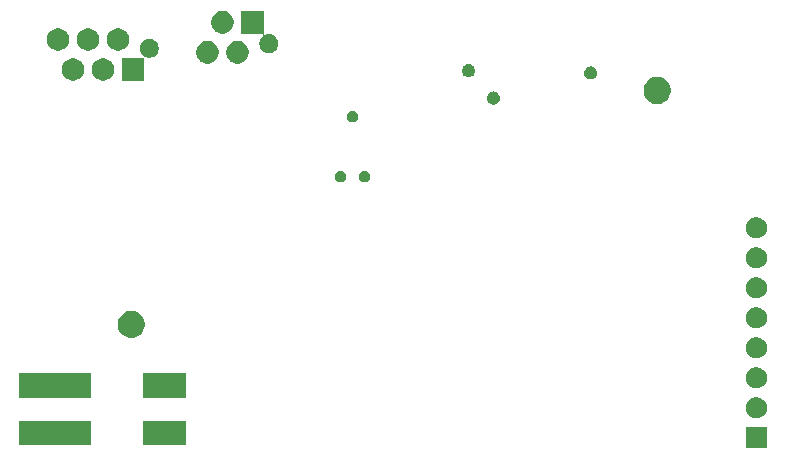
<source format=gbr>
G04 #@! TF.GenerationSoftware,KiCad,Pcbnew,5.1.5-52549c5~84~ubuntu18.04.1*
G04 #@! TF.CreationDate,2020-04-16T13:53:27+02:00*
G04 #@! TF.ProjectId,board,626f6172-642e-46b6-9963-61645f706362,rev?*
G04 #@! TF.SameCoordinates,Original*
G04 #@! TF.FileFunction,Soldermask,Bot*
G04 #@! TF.FilePolarity,Negative*
%FSLAX46Y46*%
G04 Gerber Fmt 4.6, Leading zero omitted, Abs format (unit mm)*
G04 Created by KiCad (PCBNEW 5.1.5-52549c5~84~ubuntu18.04.1) date 2020-04-16 13:53:27*
%MOMM*%
%LPD*%
G04 APERTURE LIST*
%ADD10C,0.100000*%
G04 APERTURE END LIST*
D10*
G36*
X156901000Y-138010200D02*
G01*
X155099000Y-138010200D01*
X155099000Y-136208200D01*
X156901000Y-136208200D01*
X156901000Y-138010200D01*
G37*
G36*
X107701000Y-137751000D02*
G01*
X104099000Y-137751000D01*
X104099000Y-135649000D01*
X107701000Y-135649000D01*
X107701000Y-137751000D01*
G37*
G36*
X99701000Y-137751000D02*
G01*
X93599000Y-137751000D01*
X93599000Y-135649000D01*
X99701000Y-135649000D01*
X99701000Y-137751000D01*
G37*
G36*
X156113512Y-133673127D02*
G01*
X156262812Y-133702824D01*
X156426784Y-133770744D01*
X156574354Y-133869347D01*
X156699853Y-133994846D01*
X156798456Y-134142416D01*
X156866376Y-134306388D01*
X156901000Y-134480459D01*
X156901000Y-134657941D01*
X156866376Y-134832012D01*
X156798456Y-134995984D01*
X156699853Y-135143554D01*
X156574354Y-135269053D01*
X156426784Y-135367656D01*
X156262812Y-135435576D01*
X156113512Y-135465273D01*
X156088742Y-135470200D01*
X155911258Y-135470200D01*
X155886488Y-135465273D01*
X155737188Y-135435576D01*
X155573216Y-135367656D01*
X155425646Y-135269053D01*
X155300147Y-135143554D01*
X155201544Y-134995984D01*
X155133624Y-134832012D01*
X155099000Y-134657941D01*
X155099000Y-134480459D01*
X155133624Y-134306388D01*
X155201544Y-134142416D01*
X155300147Y-133994846D01*
X155425646Y-133869347D01*
X155573216Y-133770744D01*
X155737188Y-133702824D01*
X155886488Y-133673127D01*
X155911258Y-133668200D01*
X156088742Y-133668200D01*
X156113512Y-133673127D01*
G37*
G36*
X99701000Y-133751000D02*
G01*
X93599000Y-133751000D01*
X93599000Y-131649000D01*
X99701000Y-131649000D01*
X99701000Y-133751000D01*
G37*
G36*
X107701000Y-133751000D02*
G01*
X104099000Y-133751000D01*
X104099000Y-131649000D01*
X107701000Y-131649000D01*
X107701000Y-133751000D01*
G37*
G36*
X156113512Y-131133127D02*
G01*
X156262812Y-131162824D01*
X156426784Y-131230744D01*
X156574354Y-131329347D01*
X156699853Y-131454846D01*
X156798456Y-131602416D01*
X156866376Y-131766388D01*
X156901000Y-131940459D01*
X156901000Y-132117941D01*
X156866376Y-132292012D01*
X156798456Y-132455984D01*
X156699853Y-132603554D01*
X156574354Y-132729053D01*
X156426784Y-132827656D01*
X156262812Y-132895576D01*
X156113512Y-132925273D01*
X156088742Y-132930200D01*
X155911258Y-132930200D01*
X155886488Y-132925273D01*
X155737188Y-132895576D01*
X155573216Y-132827656D01*
X155425646Y-132729053D01*
X155300147Y-132603554D01*
X155201544Y-132455984D01*
X155133624Y-132292012D01*
X155099000Y-132117941D01*
X155099000Y-131940459D01*
X155133624Y-131766388D01*
X155201544Y-131602416D01*
X155300147Y-131454846D01*
X155425646Y-131329347D01*
X155573216Y-131230744D01*
X155737188Y-131162824D01*
X155886488Y-131133127D01*
X155911258Y-131128200D01*
X156088742Y-131128200D01*
X156113512Y-131133127D01*
G37*
G36*
X156113512Y-128593127D02*
G01*
X156262812Y-128622824D01*
X156426784Y-128690744D01*
X156574354Y-128789347D01*
X156699853Y-128914846D01*
X156798456Y-129062416D01*
X156866376Y-129226388D01*
X156901000Y-129400459D01*
X156901000Y-129577941D01*
X156866376Y-129752012D01*
X156798456Y-129915984D01*
X156699853Y-130063554D01*
X156574354Y-130189053D01*
X156426784Y-130287656D01*
X156262812Y-130355576D01*
X156113512Y-130385273D01*
X156088742Y-130390200D01*
X155911258Y-130390200D01*
X155886488Y-130385273D01*
X155737188Y-130355576D01*
X155573216Y-130287656D01*
X155425646Y-130189053D01*
X155300147Y-130063554D01*
X155201544Y-129915984D01*
X155133624Y-129752012D01*
X155099000Y-129577941D01*
X155099000Y-129400459D01*
X155133624Y-129226388D01*
X155201544Y-129062416D01*
X155300147Y-128914846D01*
X155425646Y-128789347D01*
X155573216Y-128690744D01*
X155737188Y-128622824D01*
X155886488Y-128593127D01*
X155911258Y-128588200D01*
X156088742Y-128588200D01*
X156113512Y-128593127D01*
G37*
G36*
X103294549Y-126371116D02*
G01*
X103405734Y-126393232D01*
X103615203Y-126479997D01*
X103803720Y-126605960D01*
X103964040Y-126766280D01*
X104090003Y-126954797D01*
X104176768Y-127164266D01*
X104221000Y-127386636D01*
X104221000Y-127613364D01*
X104176768Y-127835734D01*
X104090003Y-128045203D01*
X103964040Y-128233720D01*
X103803720Y-128394040D01*
X103615203Y-128520003D01*
X103405734Y-128606768D01*
X103294549Y-128628884D01*
X103183365Y-128651000D01*
X102956635Y-128651000D01*
X102845451Y-128628884D01*
X102734266Y-128606768D01*
X102524797Y-128520003D01*
X102336280Y-128394040D01*
X102175960Y-128233720D01*
X102049997Y-128045203D01*
X101963232Y-127835734D01*
X101919000Y-127613364D01*
X101919000Y-127386636D01*
X101963232Y-127164266D01*
X102049997Y-126954797D01*
X102175960Y-126766280D01*
X102336280Y-126605960D01*
X102524797Y-126479997D01*
X102734266Y-126393232D01*
X102845451Y-126371116D01*
X102956635Y-126349000D01*
X103183365Y-126349000D01*
X103294549Y-126371116D01*
G37*
G36*
X156113512Y-126053127D02*
G01*
X156262812Y-126082824D01*
X156426784Y-126150744D01*
X156574354Y-126249347D01*
X156699853Y-126374846D01*
X156798456Y-126522416D01*
X156866376Y-126686388D01*
X156901000Y-126860459D01*
X156901000Y-127037941D01*
X156866376Y-127212012D01*
X156798456Y-127375984D01*
X156699853Y-127523554D01*
X156574354Y-127649053D01*
X156426784Y-127747656D01*
X156262812Y-127815576D01*
X156113512Y-127845273D01*
X156088742Y-127850200D01*
X155911258Y-127850200D01*
X155886488Y-127845273D01*
X155737188Y-127815576D01*
X155573216Y-127747656D01*
X155425646Y-127649053D01*
X155300147Y-127523554D01*
X155201544Y-127375984D01*
X155133624Y-127212012D01*
X155099000Y-127037941D01*
X155099000Y-126860459D01*
X155133624Y-126686388D01*
X155201544Y-126522416D01*
X155300147Y-126374846D01*
X155425646Y-126249347D01*
X155573216Y-126150744D01*
X155737188Y-126082824D01*
X155886488Y-126053127D01*
X155911258Y-126048200D01*
X156088742Y-126048200D01*
X156113512Y-126053127D01*
G37*
G36*
X156113512Y-123513127D02*
G01*
X156262812Y-123542824D01*
X156426784Y-123610744D01*
X156574354Y-123709347D01*
X156699853Y-123834846D01*
X156798456Y-123982416D01*
X156866376Y-124146388D01*
X156901000Y-124320459D01*
X156901000Y-124497941D01*
X156866376Y-124672012D01*
X156798456Y-124835984D01*
X156699853Y-124983554D01*
X156574354Y-125109053D01*
X156426784Y-125207656D01*
X156262812Y-125275576D01*
X156113512Y-125305273D01*
X156088742Y-125310200D01*
X155911258Y-125310200D01*
X155886488Y-125305273D01*
X155737188Y-125275576D01*
X155573216Y-125207656D01*
X155425646Y-125109053D01*
X155300147Y-124983554D01*
X155201544Y-124835984D01*
X155133624Y-124672012D01*
X155099000Y-124497941D01*
X155099000Y-124320459D01*
X155133624Y-124146388D01*
X155201544Y-123982416D01*
X155300147Y-123834846D01*
X155425646Y-123709347D01*
X155573216Y-123610744D01*
X155737188Y-123542824D01*
X155886488Y-123513127D01*
X155911258Y-123508200D01*
X156088742Y-123508200D01*
X156113512Y-123513127D01*
G37*
G36*
X156113512Y-120973127D02*
G01*
X156262812Y-121002824D01*
X156426784Y-121070744D01*
X156574354Y-121169347D01*
X156699853Y-121294846D01*
X156798456Y-121442416D01*
X156866376Y-121606388D01*
X156901000Y-121780459D01*
X156901000Y-121957941D01*
X156866376Y-122132012D01*
X156798456Y-122295984D01*
X156699853Y-122443554D01*
X156574354Y-122569053D01*
X156426784Y-122667656D01*
X156262812Y-122735576D01*
X156113512Y-122765273D01*
X156088742Y-122770200D01*
X155911258Y-122770200D01*
X155886488Y-122765273D01*
X155737188Y-122735576D01*
X155573216Y-122667656D01*
X155425646Y-122569053D01*
X155300147Y-122443554D01*
X155201544Y-122295984D01*
X155133624Y-122132012D01*
X155099000Y-121957941D01*
X155099000Y-121780459D01*
X155133624Y-121606388D01*
X155201544Y-121442416D01*
X155300147Y-121294846D01*
X155425646Y-121169347D01*
X155573216Y-121070744D01*
X155737188Y-121002824D01*
X155886488Y-120973127D01*
X155911258Y-120968200D01*
X156088742Y-120968200D01*
X156113512Y-120973127D01*
G37*
G36*
X156113512Y-118433127D02*
G01*
X156262812Y-118462824D01*
X156426784Y-118530744D01*
X156574354Y-118629347D01*
X156699853Y-118754846D01*
X156798456Y-118902416D01*
X156866376Y-119066388D01*
X156901000Y-119240459D01*
X156901000Y-119417941D01*
X156866376Y-119592012D01*
X156798456Y-119755984D01*
X156699853Y-119903554D01*
X156574354Y-120029053D01*
X156426784Y-120127656D01*
X156262812Y-120195576D01*
X156113512Y-120225273D01*
X156088742Y-120230200D01*
X155911258Y-120230200D01*
X155886488Y-120225273D01*
X155737188Y-120195576D01*
X155573216Y-120127656D01*
X155425646Y-120029053D01*
X155300147Y-119903554D01*
X155201544Y-119755984D01*
X155133624Y-119592012D01*
X155099000Y-119417941D01*
X155099000Y-119240459D01*
X155133624Y-119066388D01*
X155201544Y-118902416D01*
X155300147Y-118754846D01*
X155425646Y-118629347D01*
X155573216Y-118530744D01*
X155737188Y-118462824D01*
X155886488Y-118433127D01*
X155911258Y-118428200D01*
X156088742Y-118428200D01*
X156113512Y-118433127D01*
G37*
G36*
X122960532Y-114503541D02*
G01*
X123050707Y-114540893D01*
X123131863Y-114595120D01*
X123200880Y-114664137D01*
X123255107Y-114745293D01*
X123292459Y-114835468D01*
X123311500Y-114931197D01*
X123311500Y-115028803D01*
X123292459Y-115124532D01*
X123255107Y-115214707D01*
X123200880Y-115295863D01*
X123131863Y-115364880D01*
X123050707Y-115419107D01*
X122960532Y-115456459D01*
X122864803Y-115475500D01*
X122767197Y-115475500D01*
X122671468Y-115456459D01*
X122581293Y-115419107D01*
X122500137Y-115364880D01*
X122431120Y-115295863D01*
X122376893Y-115214707D01*
X122339541Y-115124532D01*
X122320500Y-115028803D01*
X122320500Y-114931197D01*
X122339541Y-114835468D01*
X122376893Y-114745293D01*
X122431120Y-114664137D01*
X122500137Y-114595120D01*
X122581293Y-114540893D01*
X122671468Y-114503541D01*
X122767197Y-114484500D01*
X122864803Y-114484500D01*
X122960532Y-114503541D01*
G37*
G36*
X120928532Y-114503541D02*
G01*
X121018707Y-114540893D01*
X121099863Y-114595120D01*
X121168880Y-114664137D01*
X121223107Y-114745293D01*
X121260459Y-114835468D01*
X121279500Y-114931197D01*
X121279500Y-115028803D01*
X121260459Y-115124532D01*
X121223107Y-115214707D01*
X121168880Y-115295863D01*
X121099863Y-115364880D01*
X121018707Y-115419107D01*
X120928532Y-115456459D01*
X120832803Y-115475500D01*
X120735197Y-115475500D01*
X120639468Y-115456459D01*
X120549293Y-115419107D01*
X120468137Y-115364880D01*
X120399120Y-115295863D01*
X120344893Y-115214707D01*
X120307541Y-115124532D01*
X120288500Y-115028803D01*
X120288500Y-114931197D01*
X120307541Y-114835468D01*
X120344893Y-114745293D01*
X120399120Y-114664137D01*
X120468137Y-114595120D01*
X120549293Y-114540893D01*
X120639468Y-114503541D01*
X120735197Y-114484500D01*
X120832803Y-114484500D01*
X120928532Y-114503541D01*
G37*
G36*
X121944532Y-109423541D02*
G01*
X122034707Y-109460893D01*
X122115863Y-109515120D01*
X122184880Y-109584137D01*
X122239107Y-109665293D01*
X122276459Y-109755468D01*
X122295500Y-109851197D01*
X122295500Y-109948803D01*
X122276459Y-110044532D01*
X122239107Y-110134707D01*
X122184880Y-110215863D01*
X122115863Y-110284880D01*
X122034707Y-110339107D01*
X121944532Y-110376459D01*
X121848803Y-110395500D01*
X121751197Y-110395500D01*
X121655468Y-110376459D01*
X121565293Y-110339107D01*
X121484137Y-110284880D01*
X121415120Y-110215863D01*
X121360893Y-110134707D01*
X121323541Y-110044532D01*
X121304500Y-109948803D01*
X121304500Y-109851197D01*
X121323541Y-109755468D01*
X121360893Y-109665293D01*
X121415120Y-109584137D01*
X121484137Y-109515120D01*
X121565293Y-109460893D01*
X121655468Y-109423541D01*
X121751197Y-109404500D01*
X121848803Y-109404500D01*
X121944532Y-109423541D01*
G37*
G36*
X133900721Y-107810174D02*
G01*
X134000995Y-107851709D01*
X134000996Y-107851710D01*
X134091242Y-107912010D01*
X134167990Y-107988758D01*
X134167991Y-107988760D01*
X134228291Y-108079005D01*
X134269826Y-108179279D01*
X134291000Y-108285730D01*
X134291000Y-108394270D01*
X134269826Y-108500721D01*
X134228291Y-108600995D01*
X134228290Y-108600996D01*
X134167990Y-108691242D01*
X134091242Y-108767990D01*
X134045812Y-108798345D01*
X134000995Y-108828291D01*
X133900721Y-108869826D01*
X133794270Y-108891000D01*
X133685730Y-108891000D01*
X133579279Y-108869826D01*
X133479005Y-108828291D01*
X133434188Y-108798345D01*
X133388758Y-108767990D01*
X133312010Y-108691242D01*
X133251710Y-108600996D01*
X133251709Y-108600995D01*
X133210174Y-108500721D01*
X133189000Y-108394270D01*
X133189000Y-108285730D01*
X133210174Y-108179279D01*
X133251709Y-108079005D01*
X133312009Y-107988760D01*
X133312010Y-107988758D01*
X133388758Y-107912010D01*
X133479004Y-107851710D01*
X133479005Y-107851709D01*
X133579279Y-107810174D01*
X133685730Y-107789000D01*
X133794270Y-107789000D01*
X133900721Y-107810174D01*
G37*
G36*
X147774899Y-106561240D02*
G01*
X147935734Y-106593232D01*
X148145203Y-106679997D01*
X148333720Y-106805960D01*
X148494040Y-106966280D01*
X148620003Y-107154797D01*
X148706768Y-107364266D01*
X148751000Y-107586636D01*
X148751000Y-107813364D01*
X148706768Y-108035734D01*
X148620003Y-108245203D01*
X148494040Y-108433720D01*
X148333720Y-108594040D01*
X148145203Y-108720003D01*
X147935734Y-108806768D01*
X147827535Y-108828290D01*
X147713365Y-108851000D01*
X147486635Y-108851000D01*
X147372465Y-108828290D01*
X147264266Y-108806768D01*
X147054797Y-108720003D01*
X146866280Y-108594040D01*
X146705960Y-108433720D01*
X146579997Y-108245203D01*
X146493232Y-108035734D01*
X146449000Y-107813364D01*
X146449000Y-107586636D01*
X146493232Y-107364266D01*
X146579997Y-107154797D01*
X146705960Y-106966280D01*
X146866280Y-106805960D01*
X147054797Y-106679997D01*
X147264266Y-106593232D01*
X147425101Y-106561240D01*
X147486635Y-106549000D01*
X147713365Y-106549000D01*
X147774899Y-106561240D01*
G37*
G36*
X100947395Y-105015546D02*
G01*
X101120466Y-105087234D01*
X101120467Y-105087235D01*
X101276227Y-105191310D01*
X101408690Y-105323773D01*
X101461081Y-105402182D01*
X101512766Y-105479534D01*
X101584454Y-105652605D01*
X101621000Y-105836333D01*
X101621000Y-106023667D01*
X101584454Y-106207395D01*
X101512766Y-106380466D01*
X101512765Y-106380467D01*
X101408690Y-106536227D01*
X101276227Y-106668690D01*
X101231927Y-106698290D01*
X101120466Y-106772766D01*
X100947395Y-106844454D01*
X100763667Y-106881000D01*
X100576333Y-106881000D01*
X100392605Y-106844454D01*
X100219534Y-106772766D01*
X100108073Y-106698290D01*
X100063773Y-106668690D01*
X99931310Y-106536227D01*
X99827235Y-106380467D01*
X99827234Y-106380466D01*
X99755546Y-106207395D01*
X99719000Y-106023667D01*
X99719000Y-105836333D01*
X99755546Y-105652605D01*
X99827234Y-105479534D01*
X99878919Y-105402182D01*
X99931310Y-105323773D01*
X100063773Y-105191310D01*
X100219533Y-105087235D01*
X100219534Y-105087234D01*
X100392605Y-105015546D01*
X100576333Y-104979000D01*
X100763667Y-104979000D01*
X100947395Y-105015546D01*
G37*
G36*
X104843657Y-103359733D02*
G01*
X104989438Y-103420118D01*
X104989439Y-103420119D01*
X105120640Y-103507784D01*
X105232216Y-103619360D01*
X105232217Y-103619362D01*
X105319882Y-103750562D01*
X105380267Y-103896343D01*
X105411050Y-104051102D01*
X105411050Y-104208898D01*
X105380267Y-104363657D01*
X105319882Y-104509438D01*
X105319881Y-104509439D01*
X105232216Y-104640640D01*
X105120640Y-104752216D01*
X105072241Y-104784555D01*
X104989438Y-104839882D01*
X104843657Y-104900267D01*
X104688898Y-104931050D01*
X104531102Y-104931050D01*
X104376345Y-104900267D01*
X104376343Y-104900266D01*
X104376342Y-104900266D01*
X104333836Y-104882659D01*
X104310386Y-104875546D01*
X104286000Y-104873144D01*
X104261614Y-104875546D01*
X104238165Y-104882659D01*
X104216554Y-104894210D01*
X104197612Y-104909755D01*
X104182067Y-104928697D01*
X104170515Y-104950307D01*
X104163402Y-104973756D01*
X104161000Y-104998143D01*
X104161000Y-106881000D01*
X102259000Y-106881000D01*
X102259000Y-104979000D01*
X104026700Y-104979000D01*
X104051086Y-104976598D01*
X104074535Y-104969485D01*
X104096146Y-104957934D01*
X104115088Y-104942389D01*
X104130633Y-104923447D01*
X104142184Y-104901836D01*
X104149297Y-104878387D01*
X104151699Y-104854001D01*
X104149297Y-104829615D01*
X104142184Y-104806166D01*
X104130633Y-104784555D01*
X104115088Y-104765613D01*
X104102096Y-104754951D01*
X104099363Y-104752218D01*
X104099360Y-104752216D01*
X103987784Y-104640640D01*
X103900119Y-104509439D01*
X103900118Y-104509438D01*
X103839733Y-104363657D01*
X103808950Y-104208898D01*
X103808950Y-104051102D01*
X103839733Y-103896343D01*
X103900118Y-103750562D01*
X103987783Y-103619362D01*
X103987784Y-103619360D01*
X104099360Y-103507784D01*
X104230561Y-103420119D01*
X104230562Y-103420118D01*
X104376343Y-103359733D01*
X104531102Y-103328950D01*
X104688898Y-103328950D01*
X104843657Y-103359733D01*
G37*
G36*
X98407395Y-105015546D02*
G01*
X98580466Y-105087234D01*
X98580467Y-105087235D01*
X98736227Y-105191310D01*
X98868690Y-105323773D01*
X98921081Y-105402182D01*
X98972766Y-105479534D01*
X99044454Y-105652605D01*
X99081000Y-105836333D01*
X99081000Y-106023667D01*
X99044454Y-106207395D01*
X98972766Y-106380466D01*
X98972765Y-106380467D01*
X98868690Y-106536227D01*
X98736227Y-106668690D01*
X98691927Y-106698290D01*
X98580466Y-106772766D01*
X98407395Y-106844454D01*
X98223667Y-106881000D01*
X98036333Y-106881000D01*
X97852605Y-106844454D01*
X97679534Y-106772766D01*
X97568073Y-106698290D01*
X97523773Y-106668690D01*
X97391310Y-106536227D01*
X97287235Y-106380467D01*
X97287234Y-106380466D01*
X97215546Y-106207395D01*
X97179000Y-106023667D01*
X97179000Y-105836333D01*
X97215546Y-105652605D01*
X97287234Y-105479534D01*
X97338919Y-105402182D01*
X97391310Y-105323773D01*
X97523773Y-105191310D01*
X97679533Y-105087235D01*
X97679534Y-105087234D01*
X97852605Y-105015546D01*
X98036333Y-104979000D01*
X98223667Y-104979000D01*
X98407395Y-105015546D01*
G37*
G36*
X142130721Y-105680174D02*
G01*
X142230995Y-105721709D01*
X142230996Y-105721710D01*
X142321242Y-105782010D01*
X142397990Y-105858758D01*
X142397991Y-105858760D01*
X142458291Y-105949005D01*
X142499826Y-106049279D01*
X142521000Y-106155730D01*
X142521000Y-106264270D01*
X142499826Y-106370721D01*
X142458291Y-106470995D01*
X142428345Y-106515812D01*
X142397990Y-106561242D01*
X142321242Y-106637990D01*
X142275812Y-106668345D01*
X142230995Y-106698291D01*
X142130721Y-106739826D01*
X142024270Y-106761000D01*
X141915730Y-106761000D01*
X141809279Y-106739826D01*
X141709005Y-106698291D01*
X141664188Y-106668345D01*
X141618758Y-106637990D01*
X141542010Y-106561242D01*
X141511655Y-106515812D01*
X141481709Y-106470995D01*
X141440174Y-106370721D01*
X141419000Y-106264270D01*
X141419000Y-106155730D01*
X141440174Y-106049279D01*
X141481709Y-105949005D01*
X141542009Y-105858760D01*
X141542010Y-105858758D01*
X141618758Y-105782010D01*
X141709004Y-105721710D01*
X141709005Y-105721709D01*
X141809279Y-105680174D01*
X141915730Y-105659000D01*
X142024270Y-105659000D01*
X142130721Y-105680174D01*
G37*
G36*
X131790721Y-105490174D02*
G01*
X131890995Y-105531709D01*
X131890996Y-105531710D01*
X131981242Y-105592010D01*
X132057990Y-105668758D01*
X132088345Y-105714188D01*
X132118291Y-105759005D01*
X132159826Y-105859279D01*
X132181000Y-105965730D01*
X132181000Y-106074270D01*
X132159826Y-106180721D01*
X132118291Y-106280995D01*
X132118290Y-106280996D01*
X132057990Y-106371242D01*
X131981242Y-106447990D01*
X131946812Y-106470995D01*
X131890995Y-106508291D01*
X131790721Y-106549826D01*
X131684270Y-106571000D01*
X131575730Y-106571000D01*
X131469279Y-106549826D01*
X131369005Y-106508291D01*
X131313188Y-106470995D01*
X131278758Y-106447990D01*
X131202010Y-106371242D01*
X131141710Y-106280996D01*
X131141709Y-106280995D01*
X131100174Y-106180721D01*
X131079000Y-106074270D01*
X131079000Y-105965730D01*
X131100174Y-105859279D01*
X131141709Y-105759005D01*
X131171655Y-105714188D01*
X131202010Y-105668758D01*
X131278758Y-105592010D01*
X131369004Y-105531710D01*
X131369005Y-105531709D01*
X131469279Y-105490174D01*
X131575730Y-105469000D01*
X131684270Y-105469000D01*
X131790721Y-105490174D01*
G37*
G36*
X112332395Y-103555546D02*
G01*
X112505466Y-103627234D01*
X112582818Y-103678919D01*
X112661227Y-103731310D01*
X112793690Y-103863773D01*
X112793691Y-103863775D01*
X112897766Y-104019534D01*
X112969454Y-104192605D01*
X113006000Y-104376333D01*
X113006000Y-104563667D01*
X112969454Y-104747395D01*
X112897766Y-104920466D01*
X112865012Y-104969485D01*
X112793690Y-105076227D01*
X112661227Y-105208690D01*
X112582818Y-105261081D01*
X112505466Y-105312766D01*
X112332395Y-105384454D01*
X112148667Y-105421000D01*
X111961333Y-105421000D01*
X111777605Y-105384454D01*
X111604534Y-105312766D01*
X111527182Y-105261081D01*
X111448773Y-105208690D01*
X111316310Y-105076227D01*
X111244988Y-104969485D01*
X111212234Y-104920466D01*
X111140546Y-104747395D01*
X111104000Y-104563667D01*
X111104000Y-104376333D01*
X111140546Y-104192605D01*
X111212234Y-104019534D01*
X111316309Y-103863775D01*
X111316310Y-103863773D01*
X111448773Y-103731310D01*
X111527182Y-103678919D01*
X111604534Y-103627234D01*
X111777605Y-103555546D01*
X111961333Y-103519000D01*
X112148667Y-103519000D01*
X112332395Y-103555546D01*
G37*
G36*
X109792395Y-103555546D02*
G01*
X109965466Y-103627234D01*
X110042818Y-103678919D01*
X110121227Y-103731310D01*
X110253690Y-103863773D01*
X110253691Y-103863775D01*
X110357766Y-104019534D01*
X110429454Y-104192605D01*
X110466000Y-104376333D01*
X110466000Y-104563667D01*
X110429454Y-104747395D01*
X110357766Y-104920466D01*
X110325012Y-104969485D01*
X110253690Y-105076227D01*
X110121227Y-105208690D01*
X110042818Y-105261081D01*
X109965466Y-105312766D01*
X109792395Y-105384454D01*
X109608667Y-105421000D01*
X109421333Y-105421000D01*
X109237605Y-105384454D01*
X109064534Y-105312766D01*
X108987182Y-105261081D01*
X108908773Y-105208690D01*
X108776310Y-105076227D01*
X108704988Y-104969485D01*
X108672234Y-104920466D01*
X108600546Y-104747395D01*
X108564000Y-104563667D01*
X108564000Y-104376333D01*
X108600546Y-104192605D01*
X108672234Y-104019534D01*
X108776309Y-103863775D01*
X108776310Y-103863773D01*
X108908773Y-103731310D01*
X108987182Y-103678919D01*
X109064534Y-103627234D01*
X109237605Y-103555546D01*
X109421333Y-103519000D01*
X109608667Y-103519000D01*
X109792395Y-103555546D01*
G37*
G36*
X114276000Y-102861857D02*
G01*
X114278402Y-102886243D01*
X114285515Y-102909692D01*
X114297066Y-102931303D01*
X114312611Y-102950245D01*
X114331553Y-102965790D01*
X114353164Y-102977341D01*
X114376613Y-102984454D01*
X114400999Y-102986856D01*
X114425385Y-102984454D01*
X114448835Y-102977341D01*
X114476722Y-102965790D01*
X114491342Y-102959734D01*
X114491343Y-102959734D01*
X114491345Y-102959733D01*
X114646102Y-102928950D01*
X114803898Y-102928950D01*
X114958657Y-102959733D01*
X115104438Y-103020118D01*
X115104439Y-103020119D01*
X115235640Y-103107784D01*
X115347216Y-103219360D01*
X115347217Y-103219362D01*
X115434882Y-103350562D01*
X115495267Y-103496343D01*
X115526050Y-103651102D01*
X115526050Y-103808898D01*
X115495267Y-103963657D01*
X115434882Y-104109438D01*
X115391346Y-104174594D01*
X115347216Y-104240640D01*
X115235640Y-104352216D01*
X115199546Y-104376333D01*
X115104438Y-104439882D01*
X114958657Y-104500267D01*
X114803898Y-104531050D01*
X114646102Y-104531050D01*
X114491343Y-104500267D01*
X114345562Y-104439882D01*
X114250454Y-104376333D01*
X114214360Y-104352216D01*
X114102784Y-104240640D01*
X114058654Y-104174594D01*
X114015118Y-104109438D01*
X113954733Y-103963657D01*
X113923950Y-103808898D01*
X113923950Y-103651102D01*
X113954733Y-103496343D01*
X114015118Y-103350562D01*
X114102783Y-103219362D01*
X114102784Y-103219360D01*
X114214360Y-103107784D01*
X114214363Y-103107782D01*
X114217097Y-103105048D01*
X114230088Y-103094386D01*
X114245633Y-103075444D01*
X114257184Y-103053833D01*
X114264297Y-103030384D01*
X114266699Y-103005998D01*
X114264297Y-102981612D01*
X114257184Y-102958163D01*
X114245633Y-102936553D01*
X114230087Y-102917611D01*
X114211145Y-102902066D01*
X114189534Y-102890515D01*
X114166085Y-102883402D01*
X114141700Y-102881000D01*
X112374000Y-102881000D01*
X112374000Y-100979000D01*
X114276000Y-100979000D01*
X114276000Y-102861857D01*
G37*
G36*
X97137395Y-102475546D02*
G01*
X97310466Y-102547234D01*
X97310467Y-102547235D01*
X97466227Y-102651310D01*
X97598690Y-102783773D01*
X97650864Y-102861857D01*
X97702766Y-102939534D01*
X97774454Y-103112605D01*
X97811000Y-103296333D01*
X97811000Y-103483667D01*
X97774454Y-103667395D01*
X97702766Y-103840466D01*
X97702765Y-103840467D01*
X97598690Y-103996227D01*
X97466227Y-104128690D01*
X97387818Y-104181081D01*
X97310466Y-104232766D01*
X97137395Y-104304454D01*
X96953667Y-104341000D01*
X96766333Y-104341000D01*
X96582605Y-104304454D01*
X96409534Y-104232766D01*
X96332182Y-104181081D01*
X96253773Y-104128690D01*
X96121310Y-103996227D01*
X96017235Y-103840467D01*
X96017234Y-103840466D01*
X95945546Y-103667395D01*
X95909000Y-103483667D01*
X95909000Y-103296333D01*
X95945546Y-103112605D01*
X96017234Y-102939534D01*
X96069136Y-102861857D01*
X96121310Y-102783773D01*
X96253773Y-102651310D01*
X96409533Y-102547235D01*
X96409534Y-102547234D01*
X96582605Y-102475546D01*
X96766333Y-102439000D01*
X96953667Y-102439000D01*
X97137395Y-102475546D01*
G37*
G36*
X99677395Y-102475546D02*
G01*
X99850466Y-102547234D01*
X99850467Y-102547235D01*
X100006227Y-102651310D01*
X100138690Y-102783773D01*
X100190864Y-102861857D01*
X100242766Y-102939534D01*
X100314454Y-103112605D01*
X100351000Y-103296333D01*
X100351000Y-103483667D01*
X100314454Y-103667395D01*
X100242766Y-103840466D01*
X100242765Y-103840467D01*
X100138690Y-103996227D01*
X100006227Y-104128690D01*
X99927818Y-104181081D01*
X99850466Y-104232766D01*
X99677395Y-104304454D01*
X99493667Y-104341000D01*
X99306333Y-104341000D01*
X99122605Y-104304454D01*
X98949534Y-104232766D01*
X98872182Y-104181081D01*
X98793773Y-104128690D01*
X98661310Y-103996227D01*
X98557235Y-103840467D01*
X98557234Y-103840466D01*
X98485546Y-103667395D01*
X98449000Y-103483667D01*
X98449000Y-103296333D01*
X98485546Y-103112605D01*
X98557234Y-102939534D01*
X98609136Y-102861857D01*
X98661310Y-102783773D01*
X98793773Y-102651310D01*
X98949533Y-102547235D01*
X98949534Y-102547234D01*
X99122605Y-102475546D01*
X99306333Y-102439000D01*
X99493667Y-102439000D01*
X99677395Y-102475546D01*
G37*
G36*
X102217395Y-102475546D02*
G01*
X102390466Y-102547234D01*
X102390467Y-102547235D01*
X102546227Y-102651310D01*
X102678690Y-102783773D01*
X102730864Y-102861857D01*
X102782766Y-102939534D01*
X102854454Y-103112605D01*
X102891000Y-103296333D01*
X102891000Y-103483667D01*
X102854454Y-103667395D01*
X102782766Y-103840466D01*
X102782765Y-103840467D01*
X102678690Y-103996227D01*
X102546227Y-104128690D01*
X102467818Y-104181081D01*
X102390466Y-104232766D01*
X102217395Y-104304454D01*
X102033667Y-104341000D01*
X101846333Y-104341000D01*
X101662605Y-104304454D01*
X101489534Y-104232766D01*
X101412182Y-104181081D01*
X101333773Y-104128690D01*
X101201310Y-103996227D01*
X101097235Y-103840467D01*
X101097234Y-103840466D01*
X101025546Y-103667395D01*
X100989000Y-103483667D01*
X100989000Y-103296333D01*
X101025546Y-103112605D01*
X101097234Y-102939534D01*
X101149136Y-102861857D01*
X101201310Y-102783773D01*
X101333773Y-102651310D01*
X101489533Y-102547235D01*
X101489534Y-102547234D01*
X101662605Y-102475546D01*
X101846333Y-102439000D01*
X102033667Y-102439000D01*
X102217395Y-102475546D01*
G37*
G36*
X111062395Y-101015546D02*
G01*
X111235466Y-101087234D01*
X111235467Y-101087235D01*
X111391227Y-101191310D01*
X111523690Y-101323773D01*
X111523691Y-101323775D01*
X111627766Y-101479534D01*
X111699454Y-101652605D01*
X111736000Y-101836333D01*
X111736000Y-102023667D01*
X111699454Y-102207395D01*
X111627766Y-102380466D01*
X111627765Y-102380467D01*
X111523690Y-102536227D01*
X111391227Y-102668690D01*
X111312818Y-102721081D01*
X111235466Y-102772766D01*
X111062395Y-102844454D01*
X110878667Y-102881000D01*
X110691333Y-102881000D01*
X110507605Y-102844454D01*
X110334534Y-102772766D01*
X110257182Y-102721081D01*
X110178773Y-102668690D01*
X110046310Y-102536227D01*
X109942235Y-102380467D01*
X109942234Y-102380466D01*
X109870546Y-102207395D01*
X109834000Y-102023667D01*
X109834000Y-101836333D01*
X109870546Y-101652605D01*
X109942234Y-101479534D01*
X110046309Y-101323775D01*
X110046310Y-101323773D01*
X110178773Y-101191310D01*
X110334533Y-101087235D01*
X110334534Y-101087234D01*
X110507605Y-101015546D01*
X110691333Y-100979000D01*
X110878667Y-100979000D01*
X111062395Y-101015546D01*
G37*
M02*

</source>
